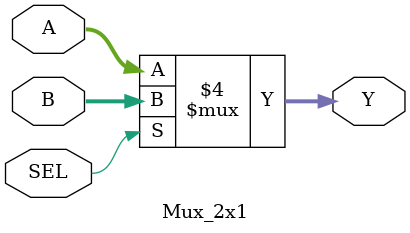
<source format=v>
module Mux_2x1(
    input [63:0] A,B,
    input SEL,
    output reg[63:0] Y
    );
  always @ (A or B or SEL)
    begin 
      if (SEL==0)
        Y=A;
      else
        Y=B;
   end
endmodule

</source>
